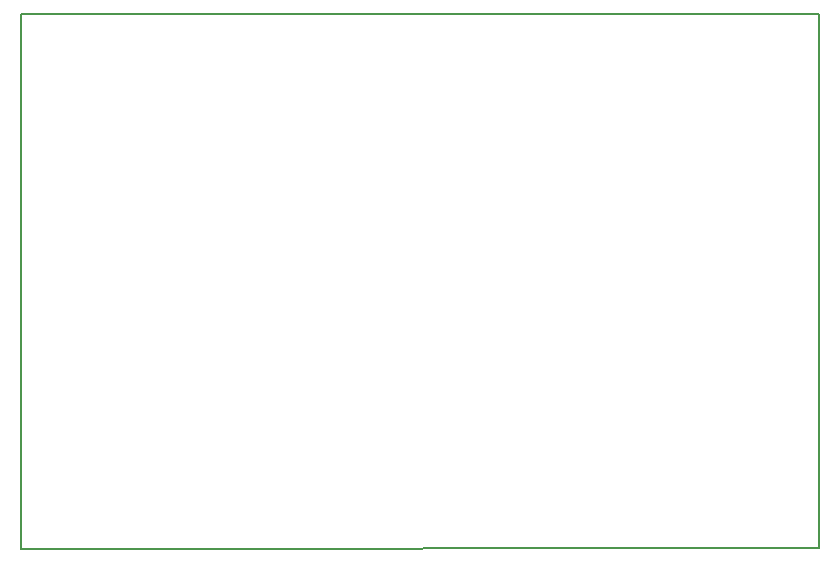
<source format=gm1>
G04 #@! TF.GenerationSoftware,KiCad,Pcbnew,5.0.1-33cea8e~68~ubuntu14.04.1*
G04 #@! TF.CreationDate,2018-11-09T11:09:35-08:00*
G04 #@! TF.ProjectId,ga144-breakout,67613134342D627265616B6F75742E6B,rev?*
G04 #@! TF.SameCoordinates,Original*
G04 #@! TF.FileFunction,Profile,NP*
%FSLAX46Y46*%
G04 Gerber Fmt 4.6, Leading zero omitted, Abs format (unit mm)*
G04 Created by KiCad (PCBNEW 5.0.1-33cea8e~68~ubuntu14.04.1) date Fri 09 Nov 2018 11:09:35 AM PST*
%MOMM*%
%LPD*%
G01*
G04 APERTURE LIST*
%ADD10C,0.150000*%
G04 APERTURE END LIST*
D10*
X91990000Y-118200000D02*
X92000000Y-72920000D01*
X159540000Y-118180000D02*
X91990000Y-118200000D01*
X159530000Y-72910000D02*
X159540000Y-118180000D01*
X92000000Y-72920000D02*
X159530000Y-72910000D01*
M02*

</source>
